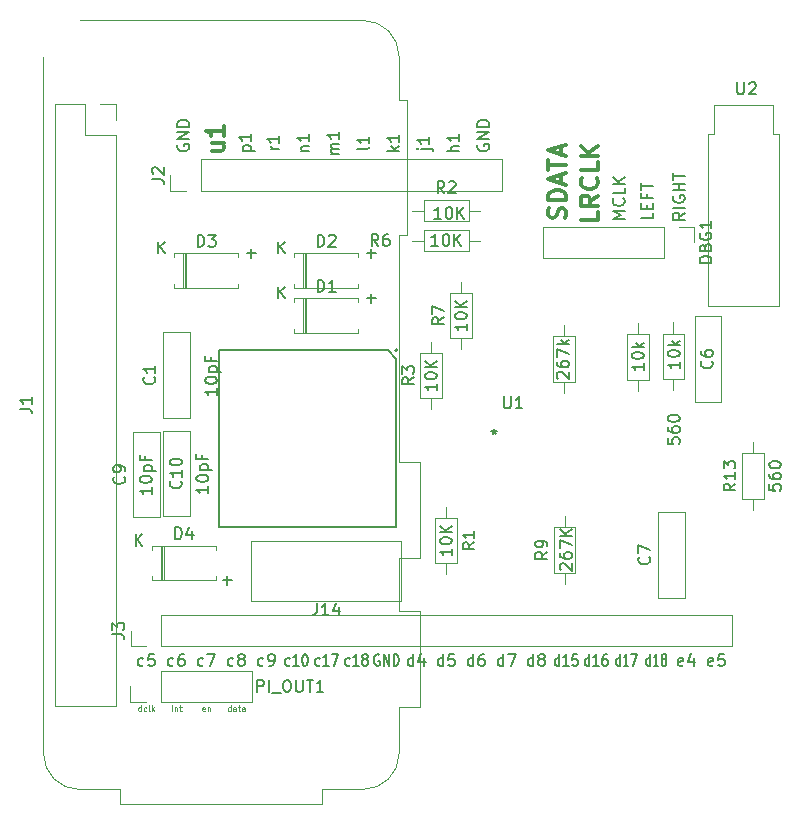
<source format=gbr>
%TF.GenerationSoftware,KiCad,Pcbnew,5.1.5+dfsg1-2build2*%
%TF.CreationDate,2021-11-19T00:53:45-06:00*%
%TF.ProjectId,Audio_Dac_I2S,41756469-6f5f-4446-9163-5f4932532e6b,rev?*%
%TF.SameCoordinates,Original*%
%TF.FileFunction,Legend,Top*%
%TF.FilePolarity,Positive*%
%FSLAX46Y46*%
G04 Gerber Fmt 4.6, Leading zero omitted, Abs format (unit mm)*
G04 Created by KiCad (PCBNEW 5.1.5+dfsg1-2build2) date 2021-11-19 00:53:45*
%MOMM*%
%LPD*%
G04 APERTURE LIST*
%ADD10C,0.150000*%
%ADD11C,0.100000*%
%ADD12C,0.300000*%
%ADD13C,0.120000*%
%ADD14C,0.200000*%
G04 APERTURE END LIST*
D10*
X217424000Y-70572380D02*
X217424000Y-70810476D01*
X217185904Y-70715238D02*
X217424000Y-70810476D01*
X217662095Y-70715238D01*
X217281142Y-71000952D02*
X217424000Y-70810476D01*
X217566857Y-71000952D01*
X194437047Y-83383428D02*
X195198952Y-83383428D01*
X194818000Y-83764380D02*
X194818000Y-83002476D01*
X196469047Y-55697428D02*
X197230952Y-55697428D01*
X196850000Y-56078380D02*
X196850000Y-55316476D01*
X206629047Y-59507428D02*
X207390952Y-59507428D01*
X207010000Y-59888380D02*
X207010000Y-59126476D01*
X206629047Y-55697428D02*
X207390952Y-55697428D01*
X207010000Y-56078380D02*
X207010000Y-55316476D01*
D11*
X195091904Y-94460190D02*
X195091904Y-93960190D01*
X195091904Y-94436380D02*
X195044285Y-94460190D01*
X194949047Y-94460190D01*
X194901428Y-94436380D01*
X194877619Y-94412571D01*
X194853809Y-94364952D01*
X194853809Y-94222095D01*
X194877619Y-94174476D01*
X194901428Y-94150666D01*
X194949047Y-94126857D01*
X195044285Y-94126857D01*
X195091904Y-94150666D01*
X195544285Y-94460190D02*
X195544285Y-94198285D01*
X195520476Y-94150666D01*
X195472857Y-94126857D01*
X195377619Y-94126857D01*
X195330000Y-94150666D01*
X195544285Y-94436380D02*
X195496666Y-94460190D01*
X195377619Y-94460190D01*
X195330000Y-94436380D01*
X195306190Y-94388761D01*
X195306190Y-94341142D01*
X195330000Y-94293523D01*
X195377619Y-94269714D01*
X195496666Y-94269714D01*
X195544285Y-94245904D01*
X195710952Y-94126857D02*
X195901428Y-94126857D01*
X195782380Y-93960190D02*
X195782380Y-94388761D01*
X195806190Y-94436380D01*
X195853809Y-94460190D01*
X195901428Y-94460190D01*
X196282380Y-94460190D02*
X196282380Y-94198285D01*
X196258571Y-94150666D01*
X196210952Y-94126857D01*
X196115714Y-94126857D01*
X196068095Y-94150666D01*
X196282380Y-94436380D02*
X196234761Y-94460190D01*
X196115714Y-94460190D01*
X196068095Y-94436380D01*
X196044285Y-94388761D01*
X196044285Y-94341142D01*
X196068095Y-94293523D01*
X196115714Y-94269714D01*
X196234761Y-94269714D01*
X196282380Y-94245904D01*
X192909047Y-94436380D02*
X192861428Y-94460190D01*
X192766190Y-94460190D01*
X192718571Y-94436380D01*
X192694761Y-94388761D01*
X192694761Y-94198285D01*
X192718571Y-94150666D01*
X192766190Y-94126857D01*
X192861428Y-94126857D01*
X192909047Y-94150666D01*
X192932857Y-94198285D01*
X192932857Y-94245904D01*
X192694761Y-94293523D01*
X193147142Y-94126857D02*
X193147142Y-94460190D01*
X193147142Y-94174476D02*
X193170952Y-94150666D01*
X193218571Y-94126857D01*
X193290000Y-94126857D01*
X193337619Y-94150666D01*
X193361428Y-94198285D01*
X193361428Y-94460190D01*
X190130952Y-94460190D02*
X190130952Y-94126857D01*
X190130952Y-93960190D02*
X190107142Y-93984000D01*
X190130952Y-94007809D01*
X190154761Y-93984000D01*
X190130952Y-93960190D01*
X190130952Y-94007809D01*
X190369047Y-94126857D02*
X190369047Y-94460190D01*
X190369047Y-94174476D02*
X190392857Y-94150666D01*
X190440476Y-94126857D01*
X190511904Y-94126857D01*
X190559523Y-94150666D01*
X190583333Y-94198285D01*
X190583333Y-94460190D01*
X190750000Y-94126857D02*
X190940476Y-94126857D01*
X190821428Y-93960190D02*
X190821428Y-94388761D01*
X190845238Y-94436380D01*
X190892857Y-94460190D01*
X190940476Y-94460190D01*
X187519523Y-94460190D02*
X187519523Y-93960190D01*
X187519523Y-94436380D02*
X187471904Y-94460190D01*
X187376666Y-94460190D01*
X187329047Y-94436380D01*
X187305238Y-94412571D01*
X187281428Y-94364952D01*
X187281428Y-94222095D01*
X187305238Y-94174476D01*
X187329047Y-94150666D01*
X187376666Y-94126857D01*
X187471904Y-94126857D01*
X187519523Y-94150666D01*
X187971904Y-94436380D02*
X187924285Y-94460190D01*
X187829047Y-94460190D01*
X187781428Y-94436380D01*
X187757619Y-94412571D01*
X187733809Y-94364952D01*
X187733809Y-94222095D01*
X187757619Y-94174476D01*
X187781428Y-94150666D01*
X187829047Y-94126857D01*
X187924285Y-94126857D01*
X187971904Y-94150666D01*
X188257619Y-94460190D02*
X188210000Y-94436380D01*
X188186190Y-94388761D01*
X188186190Y-93960190D01*
X188448095Y-94460190D02*
X188448095Y-93960190D01*
X188495714Y-94269714D02*
X188638571Y-94460190D01*
X188638571Y-94126857D02*
X188448095Y-94317333D01*
D10*
X235934285Y-90574761D02*
X235839047Y-90622380D01*
X235648571Y-90622380D01*
X235553333Y-90574761D01*
X235505714Y-90479523D01*
X235505714Y-90098571D01*
X235553333Y-90003333D01*
X235648571Y-89955714D01*
X235839047Y-89955714D01*
X235934285Y-90003333D01*
X235981904Y-90098571D01*
X235981904Y-90193809D01*
X235505714Y-90289047D01*
X236886666Y-89622380D02*
X236410476Y-89622380D01*
X236362857Y-90098571D01*
X236410476Y-90050952D01*
X236505714Y-90003333D01*
X236743809Y-90003333D01*
X236839047Y-90050952D01*
X236886666Y-90098571D01*
X236934285Y-90193809D01*
X236934285Y-90431904D01*
X236886666Y-90527142D01*
X236839047Y-90574761D01*
X236743809Y-90622380D01*
X236505714Y-90622380D01*
X236410476Y-90574761D01*
X236362857Y-90527142D01*
X233394285Y-90574761D02*
X233299047Y-90622380D01*
X233108571Y-90622380D01*
X233013333Y-90574761D01*
X232965714Y-90479523D01*
X232965714Y-90098571D01*
X233013333Y-90003333D01*
X233108571Y-89955714D01*
X233299047Y-89955714D01*
X233394285Y-90003333D01*
X233441904Y-90098571D01*
X233441904Y-90193809D01*
X232965714Y-90289047D01*
X234299047Y-89955714D02*
X234299047Y-90622380D01*
X234060952Y-89574761D02*
X233822857Y-90289047D01*
X234441904Y-90289047D01*
X230623333Y-90622380D02*
X230623333Y-89622380D01*
X230623333Y-90574761D02*
X230556666Y-90622380D01*
X230423333Y-90622380D01*
X230356666Y-90574761D01*
X230323333Y-90527142D01*
X230290000Y-90431904D01*
X230290000Y-90146190D01*
X230323333Y-90050952D01*
X230356666Y-90003333D01*
X230423333Y-89955714D01*
X230556666Y-89955714D01*
X230623333Y-90003333D01*
X231323333Y-90622380D02*
X230923333Y-90622380D01*
X231123333Y-90622380D02*
X231123333Y-89622380D01*
X231056666Y-89765238D01*
X230990000Y-89860476D01*
X230923333Y-89908095D01*
X231723333Y-90050952D02*
X231656666Y-90003333D01*
X231623333Y-89955714D01*
X231590000Y-89860476D01*
X231590000Y-89812857D01*
X231623333Y-89717619D01*
X231656666Y-89670000D01*
X231723333Y-89622380D01*
X231856666Y-89622380D01*
X231923333Y-89670000D01*
X231956666Y-89717619D01*
X231990000Y-89812857D01*
X231990000Y-89860476D01*
X231956666Y-89955714D01*
X231923333Y-90003333D01*
X231856666Y-90050952D01*
X231723333Y-90050952D01*
X231656666Y-90098571D01*
X231623333Y-90146190D01*
X231590000Y-90241428D01*
X231590000Y-90431904D01*
X231623333Y-90527142D01*
X231656666Y-90574761D01*
X231723333Y-90622380D01*
X231856666Y-90622380D01*
X231923333Y-90574761D01*
X231956666Y-90527142D01*
X231990000Y-90431904D01*
X231990000Y-90241428D01*
X231956666Y-90146190D01*
X231923333Y-90098571D01*
X231856666Y-90050952D01*
X228083333Y-90622380D02*
X228083333Y-89622380D01*
X228083333Y-90574761D02*
X228016666Y-90622380D01*
X227883333Y-90622380D01*
X227816666Y-90574761D01*
X227783333Y-90527142D01*
X227750000Y-90431904D01*
X227750000Y-90146190D01*
X227783333Y-90050952D01*
X227816666Y-90003333D01*
X227883333Y-89955714D01*
X228016666Y-89955714D01*
X228083333Y-90003333D01*
X228783333Y-90622380D02*
X228383333Y-90622380D01*
X228583333Y-90622380D02*
X228583333Y-89622380D01*
X228516666Y-89765238D01*
X228450000Y-89860476D01*
X228383333Y-89908095D01*
X229016666Y-89622380D02*
X229483333Y-89622380D01*
X229183333Y-90622380D01*
X225469523Y-90622380D02*
X225469523Y-89622380D01*
X225469523Y-90574761D02*
X225393333Y-90622380D01*
X225240952Y-90622380D01*
X225164761Y-90574761D01*
X225126666Y-90527142D01*
X225088571Y-90431904D01*
X225088571Y-90146190D01*
X225126666Y-90050952D01*
X225164761Y-90003333D01*
X225240952Y-89955714D01*
X225393333Y-89955714D01*
X225469523Y-90003333D01*
X226269523Y-90622380D02*
X225812380Y-90622380D01*
X226040952Y-90622380D02*
X226040952Y-89622380D01*
X225964761Y-89765238D01*
X225888571Y-89860476D01*
X225812380Y-89908095D01*
X226955238Y-89622380D02*
X226802857Y-89622380D01*
X226726666Y-89670000D01*
X226688571Y-89717619D01*
X226612380Y-89860476D01*
X226574285Y-90050952D01*
X226574285Y-90431904D01*
X226612380Y-90527142D01*
X226650476Y-90574761D01*
X226726666Y-90622380D01*
X226879047Y-90622380D01*
X226955238Y-90574761D01*
X226993333Y-90527142D01*
X227031428Y-90431904D01*
X227031428Y-90193809D01*
X226993333Y-90098571D01*
X226955238Y-90050952D01*
X226879047Y-90003333D01*
X226726666Y-90003333D01*
X226650476Y-90050952D01*
X226612380Y-90098571D01*
X226574285Y-90193809D01*
X222929523Y-90622380D02*
X222929523Y-89622380D01*
X222929523Y-90574761D02*
X222853333Y-90622380D01*
X222700952Y-90622380D01*
X222624761Y-90574761D01*
X222586666Y-90527142D01*
X222548571Y-90431904D01*
X222548571Y-90146190D01*
X222586666Y-90050952D01*
X222624761Y-90003333D01*
X222700952Y-89955714D01*
X222853333Y-89955714D01*
X222929523Y-90003333D01*
X223729523Y-90622380D02*
X223272380Y-90622380D01*
X223500952Y-90622380D02*
X223500952Y-89622380D01*
X223424761Y-89765238D01*
X223348571Y-89860476D01*
X223272380Y-89908095D01*
X224453333Y-89622380D02*
X224072380Y-89622380D01*
X224034285Y-90098571D01*
X224072380Y-90050952D01*
X224148571Y-90003333D01*
X224339047Y-90003333D01*
X224415238Y-90050952D01*
X224453333Y-90098571D01*
X224491428Y-90193809D01*
X224491428Y-90431904D01*
X224453333Y-90527142D01*
X224415238Y-90574761D01*
X224339047Y-90622380D01*
X224148571Y-90622380D01*
X224072380Y-90574761D01*
X224034285Y-90527142D01*
X220718095Y-90622380D02*
X220718095Y-89622380D01*
X220718095Y-90574761D02*
X220622857Y-90622380D01*
X220432380Y-90622380D01*
X220337142Y-90574761D01*
X220289523Y-90527142D01*
X220241904Y-90431904D01*
X220241904Y-90146190D01*
X220289523Y-90050952D01*
X220337142Y-90003333D01*
X220432380Y-89955714D01*
X220622857Y-89955714D01*
X220718095Y-90003333D01*
X221337142Y-90050952D02*
X221241904Y-90003333D01*
X221194285Y-89955714D01*
X221146666Y-89860476D01*
X221146666Y-89812857D01*
X221194285Y-89717619D01*
X221241904Y-89670000D01*
X221337142Y-89622380D01*
X221527619Y-89622380D01*
X221622857Y-89670000D01*
X221670476Y-89717619D01*
X221718095Y-89812857D01*
X221718095Y-89860476D01*
X221670476Y-89955714D01*
X221622857Y-90003333D01*
X221527619Y-90050952D01*
X221337142Y-90050952D01*
X221241904Y-90098571D01*
X221194285Y-90146190D01*
X221146666Y-90241428D01*
X221146666Y-90431904D01*
X221194285Y-90527142D01*
X221241904Y-90574761D01*
X221337142Y-90622380D01*
X221527619Y-90622380D01*
X221622857Y-90574761D01*
X221670476Y-90527142D01*
X221718095Y-90431904D01*
X221718095Y-90241428D01*
X221670476Y-90146190D01*
X221622857Y-90098571D01*
X221527619Y-90050952D01*
X218178095Y-90622380D02*
X218178095Y-89622380D01*
X218178095Y-90574761D02*
X218082857Y-90622380D01*
X217892380Y-90622380D01*
X217797142Y-90574761D01*
X217749523Y-90527142D01*
X217701904Y-90431904D01*
X217701904Y-90146190D01*
X217749523Y-90050952D01*
X217797142Y-90003333D01*
X217892380Y-89955714D01*
X218082857Y-89955714D01*
X218178095Y-90003333D01*
X218559047Y-89622380D02*
X219225714Y-89622380D01*
X218797142Y-90622380D01*
X215638095Y-90622380D02*
X215638095Y-89622380D01*
X215638095Y-90574761D02*
X215542857Y-90622380D01*
X215352380Y-90622380D01*
X215257142Y-90574761D01*
X215209523Y-90527142D01*
X215161904Y-90431904D01*
X215161904Y-90146190D01*
X215209523Y-90050952D01*
X215257142Y-90003333D01*
X215352380Y-89955714D01*
X215542857Y-89955714D01*
X215638095Y-90003333D01*
X216542857Y-89622380D02*
X216352380Y-89622380D01*
X216257142Y-89670000D01*
X216209523Y-89717619D01*
X216114285Y-89860476D01*
X216066666Y-90050952D01*
X216066666Y-90431904D01*
X216114285Y-90527142D01*
X216161904Y-90574761D01*
X216257142Y-90622380D01*
X216447619Y-90622380D01*
X216542857Y-90574761D01*
X216590476Y-90527142D01*
X216638095Y-90431904D01*
X216638095Y-90193809D01*
X216590476Y-90098571D01*
X216542857Y-90050952D01*
X216447619Y-90003333D01*
X216257142Y-90003333D01*
X216161904Y-90050952D01*
X216114285Y-90098571D01*
X216066666Y-90193809D01*
X213098095Y-90622380D02*
X213098095Y-89622380D01*
X213098095Y-90574761D02*
X213002857Y-90622380D01*
X212812380Y-90622380D01*
X212717142Y-90574761D01*
X212669523Y-90527142D01*
X212621904Y-90431904D01*
X212621904Y-90146190D01*
X212669523Y-90050952D01*
X212717142Y-90003333D01*
X212812380Y-89955714D01*
X213002857Y-89955714D01*
X213098095Y-90003333D01*
X214050476Y-89622380D02*
X213574285Y-89622380D01*
X213526666Y-90098571D01*
X213574285Y-90050952D01*
X213669523Y-90003333D01*
X213907619Y-90003333D01*
X214002857Y-90050952D01*
X214050476Y-90098571D01*
X214098095Y-90193809D01*
X214098095Y-90431904D01*
X214050476Y-90527142D01*
X214002857Y-90574761D01*
X213907619Y-90622380D01*
X213669523Y-90622380D01*
X213574285Y-90574761D01*
X213526666Y-90527142D01*
X210558095Y-90622380D02*
X210558095Y-89622380D01*
X210558095Y-90574761D02*
X210462857Y-90622380D01*
X210272380Y-90622380D01*
X210177142Y-90574761D01*
X210129523Y-90527142D01*
X210081904Y-90431904D01*
X210081904Y-90146190D01*
X210129523Y-90050952D01*
X210177142Y-90003333D01*
X210272380Y-89955714D01*
X210462857Y-89955714D01*
X210558095Y-90003333D01*
X211462857Y-89955714D02*
X211462857Y-90622380D01*
X211224761Y-89574761D02*
X210986666Y-90289047D01*
X211605714Y-90289047D01*
X207670476Y-89670000D02*
X207594285Y-89622380D01*
X207480000Y-89622380D01*
X207365714Y-89670000D01*
X207289523Y-89765238D01*
X207251428Y-89860476D01*
X207213333Y-90050952D01*
X207213333Y-90193809D01*
X207251428Y-90384285D01*
X207289523Y-90479523D01*
X207365714Y-90574761D01*
X207480000Y-90622380D01*
X207556190Y-90622380D01*
X207670476Y-90574761D01*
X207708571Y-90527142D01*
X207708571Y-90193809D01*
X207556190Y-90193809D01*
X208051428Y-90622380D02*
X208051428Y-89622380D01*
X208508571Y-90622380D01*
X208508571Y-89622380D01*
X208889523Y-90622380D02*
X208889523Y-89622380D01*
X209080000Y-89622380D01*
X209194285Y-89670000D01*
X209270476Y-89765238D01*
X209308571Y-89860476D01*
X209346666Y-90050952D01*
X209346666Y-90193809D01*
X209308571Y-90384285D01*
X209270476Y-90479523D01*
X209194285Y-90574761D01*
X209080000Y-90622380D01*
X208889523Y-90622380D01*
X205168571Y-90574761D02*
X205092380Y-90622380D01*
X204940000Y-90622380D01*
X204863809Y-90574761D01*
X204825714Y-90527142D01*
X204787619Y-90431904D01*
X204787619Y-90146190D01*
X204825714Y-90050952D01*
X204863809Y-90003333D01*
X204940000Y-89955714D01*
X205092380Y-89955714D01*
X205168571Y-90003333D01*
X205930476Y-90622380D02*
X205473333Y-90622380D01*
X205701904Y-90622380D02*
X205701904Y-89622380D01*
X205625714Y-89765238D01*
X205549523Y-89860476D01*
X205473333Y-89908095D01*
X206387619Y-90050952D02*
X206311428Y-90003333D01*
X206273333Y-89955714D01*
X206235238Y-89860476D01*
X206235238Y-89812857D01*
X206273333Y-89717619D01*
X206311428Y-89670000D01*
X206387619Y-89622380D01*
X206540000Y-89622380D01*
X206616190Y-89670000D01*
X206654285Y-89717619D01*
X206692380Y-89812857D01*
X206692380Y-89860476D01*
X206654285Y-89955714D01*
X206616190Y-90003333D01*
X206540000Y-90050952D01*
X206387619Y-90050952D01*
X206311428Y-90098571D01*
X206273333Y-90146190D01*
X206235238Y-90241428D01*
X206235238Y-90431904D01*
X206273333Y-90527142D01*
X206311428Y-90574761D01*
X206387619Y-90622380D01*
X206540000Y-90622380D01*
X206616190Y-90574761D01*
X206654285Y-90527142D01*
X206692380Y-90431904D01*
X206692380Y-90241428D01*
X206654285Y-90146190D01*
X206616190Y-90098571D01*
X206540000Y-90050952D01*
X202628571Y-90574761D02*
X202552380Y-90622380D01*
X202400000Y-90622380D01*
X202323809Y-90574761D01*
X202285714Y-90527142D01*
X202247619Y-90431904D01*
X202247619Y-90146190D01*
X202285714Y-90050952D01*
X202323809Y-90003333D01*
X202400000Y-89955714D01*
X202552380Y-89955714D01*
X202628571Y-90003333D01*
X203390476Y-90622380D02*
X202933333Y-90622380D01*
X203161904Y-90622380D02*
X203161904Y-89622380D01*
X203085714Y-89765238D01*
X203009523Y-89860476D01*
X202933333Y-89908095D01*
X203657142Y-89622380D02*
X204190476Y-89622380D01*
X203847619Y-90622380D01*
X200088571Y-90574761D02*
X200012380Y-90622380D01*
X199860000Y-90622380D01*
X199783809Y-90574761D01*
X199745714Y-90527142D01*
X199707619Y-90431904D01*
X199707619Y-90146190D01*
X199745714Y-90050952D01*
X199783809Y-90003333D01*
X199860000Y-89955714D01*
X200012380Y-89955714D01*
X200088571Y-90003333D01*
X200850476Y-90622380D02*
X200393333Y-90622380D01*
X200621904Y-90622380D02*
X200621904Y-89622380D01*
X200545714Y-89765238D01*
X200469523Y-89860476D01*
X200393333Y-89908095D01*
X201345714Y-89622380D02*
X201421904Y-89622380D01*
X201498095Y-89670000D01*
X201536190Y-89717619D01*
X201574285Y-89812857D01*
X201612380Y-90003333D01*
X201612380Y-90241428D01*
X201574285Y-90431904D01*
X201536190Y-90527142D01*
X201498095Y-90574761D01*
X201421904Y-90622380D01*
X201345714Y-90622380D01*
X201269523Y-90574761D01*
X201231428Y-90527142D01*
X201193333Y-90431904D01*
X201155238Y-90241428D01*
X201155238Y-90003333D01*
X201193333Y-89812857D01*
X201231428Y-89717619D01*
X201269523Y-89670000D01*
X201345714Y-89622380D01*
X197881904Y-90574761D02*
X197786666Y-90622380D01*
X197596190Y-90622380D01*
X197500952Y-90574761D01*
X197453333Y-90527142D01*
X197405714Y-90431904D01*
X197405714Y-90146190D01*
X197453333Y-90050952D01*
X197500952Y-90003333D01*
X197596190Y-89955714D01*
X197786666Y-89955714D01*
X197881904Y-90003333D01*
X198358095Y-90622380D02*
X198548571Y-90622380D01*
X198643809Y-90574761D01*
X198691428Y-90527142D01*
X198786666Y-90384285D01*
X198834285Y-90193809D01*
X198834285Y-89812857D01*
X198786666Y-89717619D01*
X198739047Y-89670000D01*
X198643809Y-89622380D01*
X198453333Y-89622380D01*
X198358095Y-89670000D01*
X198310476Y-89717619D01*
X198262857Y-89812857D01*
X198262857Y-90050952D01*
X198310476Y-90146190D01*
X198358095Y-90193809D01*
X198453333Y-90241428D01*
X198643809Y-90241428D01*
X198739047Y-90193809D01*
X198786666Y-90146190D01*
X198834285Y-90050952D01*
X195341904Y-90574761D02*
X195246666Y-90622380D01*
X195056190Y-90622380D01*
X194960952Y-90574761D01*
X194913333Y-90527142D01*
X194865714Y-90431904D01*
X194865714Y-90146190D01*
X194913333Y-90050952D01*
X194960952Y-90003333D01*
X195056190Y-89955714D01*
X195246666Y-89955714D01*
X195341904Y-90003333D01*
X195913333Y-90050952D02*
X195818095Y-90003333D01*
X195770476Y-89955714D01*
X195722857Y-89860476D01*
X195722857Y-89812857D01*
X195770476Y-89717619D01*
X195818095Y-89670000D01*
X195913333Y-89622380D01*
X196103809Y-89622380D01*
X196199047Y-89670000D01*
X196246666Y-89717619D01*
X196294285Y-89812857D01*
X196294285Y-89860476D01*
X196246666Y-89955714D01*
X196199047Y-90003333D01*
X196103809Y-90050952D01*
X195913333Y-90050952D01*
X195818095Y-90098571D01*
X195770476Y-90146190D01*
X195722857Y-90241428D01*
X195722857Y-90431904D01*
X195770476Y-90527142D01*
X195818095Y-90574761D01*
X195913333Y-90622380D01*
X196103809Y-90622380D01*
X196199047Y-90574761D01*
X196246666Y-90527142D01*
X196294285Y-90431904D01*
X196294285Y-90241428D01*
X196246666Y-90146190D01*
X196199047Y-90098571D01*
X196103809Y-90050952D01*
X192801904Y-90574761D02*
X192706666Y-90622380D01*
X192516190Y-90622380D01*
X192420952Y-90574761D01*
X192373333Y-90527142D01*
X192325714Y-90431904D01*
X192325714Y-90146190D01*
X192373333Y-90050952D01*
X192420952Y-90003333D01*
X192516190Y-89955714D01*
X192706666Y-89955714D01*
X192801904Y-90003333D01*
X193135238Y-89622380D02*
X193801904Y-89622380D01*
X193373333Y-90622380D01*
X190261904Y-90574761D02*
X190166666Y-90622380D01*
X189976190Y-90622380D01*
X189880952Y-90574761D01*
X189833333Y-90527142D01*
X189785714Y-90431904D01*
X189785714Y-90146190D01*
X189833333Y-90050952D01*
X189880952Y-90003333D01*
X189976190Y-89955714D01*
X190166666Y-89955714D01*
X190261904Y-90003333D01*
X191119047Y-89622380D02*
X190928571Y-89622380D01*
X190833333Y-89670000D01*
X190785714Y-89717619D01*
X190690476Y-89860476D01*
X190642857Y-90050952D01*
X190642857Y-90431904D01*
X190690476Y-90527142D01*
X190738095Y-90574761D01*
X190833333Y-90622380D01*
X191023809Y-90622380D01*
X191119047Y-90574761D01*
X191166666Y-90527142D01*
X191214285Y-90431904D01*
X191214285Y-90193809D01*
X191166666Y-90098571D01*
X191119047Y-90050952D01*
X191023809Y-90003333D01*
X190833333Y-90003333D01*
X190738095Y-90050952D01*
X190690476Y-90098571D01*
X190642857Y-90193809D01*
X187721904Y-90574761D02*
X187626666Y-90622380D01*
X187436190Y-90622380D01*
X187340952Y-90574761D01*
X187293333Y-90527142D01*
X187245714Y-90431904D01*
X187245714Y-90146190D01*
X187293333Y-90050952D01*
X187340952Y-90003333D01*
X187436190Y-89955714D01*
X187626666Y-89955714D01*
X187721904Y-90003333D01*
X188626666Y-89622380D02*
X188150476Y-89622380D01*
X188102857Y-90098571D01*
X188150476Y-90050952D01*
X188245714Y-90003333D01*
X188483809Y-90003333D01*
X188579047Y-90050952D01*
X188626666Y-90098571D01*
X188674285Y-90193809D01*
X188674285Y-90431904D01*
X188626666Y-90527142D01*
X188579047Y-90574761D01*
X188483809Y-90622380D01*
X188245714Y-90622380D01*
X188150476Y-90574761D01*
X188102857Y-90527142D01*
X190635000Y-46481904D02*
X190587380Y-46577142D01*
X190587380Y-46720000D01*
X190635000Y-46862857D01*
X190730238Y-46958095D01*
X190825476Y-47005714D01*
X191015952Y-47053333D01*
X191158809Y-47053333D01*
X191349285Y-47005714D01*
X191444523Y-46958095D01*
X191539761Y-46862857D01*
X191587380Y-46720000D01*
X191587380Y-46624761D01*
X191539761Y-46481904D01*
X191492142Y-46434285D01*
X191158809Y-46434285D01*
X191158809Y-46624761D01*
X191587380Y-46005714D02*
X190587380Y-46005714D01*
X191587380Y-45434285D01*
X190587380Y-45434285D01*
X191587380Y-44958095D02*
X190587380Y-44958095D01*
X190587380Y-44720000D01*
X190635000Y-44577142D01*
X190730238Y-44481904D01*
X190825476Y-44434285D01*
X191015952Y-44386666D01*
X191158809Y-44386666D01*
X191349285Y-44434285D01*
X191444523Y-44481904D01*
X191539761Y-44577142D01*
X191587380Y-44720000D01*
X191587380Y-44958095D01*
X216035000Y-46481904D02*
X215987380Y-46577142D01*
X215987380Y-46720000D01*
X216035000Y-46862857D01*
X216130238Y-46958095D01*
X216225476Y-47005714D01*
X216415952Y-47053333D01*
X216558809Y-47053333D01*
X216749285Y-47005714D01*
X216844523Y-46958095D01*
X216939761Y-46862857D01*
X216987380Y-46720000D01*
X216987380Y-46624761D01*
X216939761Y-46481904D01*
X216892142Y-46434285D01*
X216558809Y-46434285D01*
X216558809Y-46624761D01*
X216987380Y-46005714D02*
X215987380Y-46005714D01*
X216987380Y-45434285D01*
X215987380Y-45434285D01*
X216987380Y-44958095D02*
X215987380Y-44958095D01*
X215987380Y-44720000D01*
X216035000Y-44577142D01*
X216130238Y-44481904D01*
X216225476Y-44434285D01*
X216415952Y-44386666D01*
X216558809Y-44386666D01*
X216749285Y-44434285D01*
X216844523Y-44481904D01*
X216939761Y-44577142D01*
X216987380Y-44720000D01*
X216987380Y-44958095D01*
X214447380Y-47045476D02*
X213447380Y-47045476D01*
X214447380Y-46616904D02*
X213923571Y-46616904D01*
X213828333Y-46664523D01*
X213780714Y-46759761D01*
X213780714Y-46902619D01*
X213828333Y-46997857D01*
X213875952Y-47045476D01*
X214447380Y-45616904D02*
X214447380Y-46188333D01*
X214447380Y-45902619D02*
X213447380Y-45902619D01*
X213590238Y-45997857D01*
X213685476Y-46093095D01*
X213733095Y-46188333D01*
X211240714Y-46831190D02*
X212097857Y-46831190D01*
X212193095Y-46878809D01*
X212240714Y-46974047D01*
X212240714Y-47021666D01*
X210907380Y-46831190D02*
X210955000Y-46878809D01*
X211002619Y-46831190D01*
X210955000Y-46783571D01*
X210907380Y-46831190D01*
X211002619Y-46831190D01*
X211907380Y-45831190D02*
X211907380Y-46402619D01*
X211907380Y-46116904D02*
X210907380Y-46116904D01*
X211050238Y-46212142D01*
X211145476Y-46307380D01*
X211193095Y-46402619D01*
X209367380Y-46997857D02*
X208367380Y-46997857D01*
X208986428Y-46902619D02*
X209367380Y-46616904D01*
X208700714Y-46616904D02*
X209081666Y-46997857D01*
X209367380Y-45664523D02*
X209367380Y-46235952D01*
X209367380Y-45950238D02*
X208367380Y-45950238D01*
X208510238Y-46045476D01*
X208605476Y-46140714D01*
X208653095Y-46235952D01*
X206827380Y-46712142D02*
X206779761Y-46807380D01*
X206684523Y-46855000D01*
X205827380Y-46855000D01*
X206827380Y-45807380D02*
X206827380Y-46378809D01*
X206827380Y-46093095D02*
X205827380Y-46093095D01*
X205970238Y-46188333D01*
X206065476Y-46283571D01*
X206113095Y-46378809D01*
X204287380Y-47259761D02*
X203620714Y-47259761D01*
X203715952Y-47259761D02*
X203668333Y-47212142D01*
X203620714Y-47116904D01*
X203620714Y-46974047D01*
X203668333Y-46878809D01*
X203763571Y-46831190D01*
X204287380Y-46831190D01*
X203763571Y-46831190D02*
X203668333Y-46783571D01*
X203620714Y-46688333D01*
X203620714Y-46545476D01*
X203668333Y-46450238D01*
X203763571Y-46402619D01*
X204287380Y-46402619D01*
X204287380Y-45402619D02*
X204287380Y-45974047D01*
X204287380Y-45688333D02*
X203287380Y-45688333D01*
X203430238Y-45783571D01*
X203525476Y-45878809D01*
X203573095Y-45974047D01*
X201080714Y-47045476D02*
X201747380Y-47045476D01*
X201175952Y-47045476D02*
X201128333Y-46997857D01*
X201080714Y-46902619D01*
X201080714Y-46759761D01*
X201128333Y-46664523D01*
X201223571Y-46616904D01*
X201747380Y-46616904D01*
X201747380Y-45616904D02*
X201747380Y-46188333D01*
X201747380Y-45902619D02*
X200747380Y-45902619D01*
X200890238Y-45997857D01*
X200985476Y-46093095D01*
X201033095Y-46188333D01*
X199207380Y-46902619D02*
X198540714Y-46902619D01*
X198731190Y-46902619D02*
X198635952Y-46855000D01*
X198588333Y-46807380D01*
X198540714Y-46712142D01*
X198540714Y-46616904D01*
X199207380Y-45759761D02*
X199207380Y-46331190D01*
X199207380Y-46045476D02*
X198207380Y-46045476D01*
X198350238Y-46140714D01*
X198445476Y-46235952D01*
X198493095Y-46331190D01*
X196122634Y-47017536D02*
X197122634Y-47017536D01*
X196170253Y-47017536D02*
X196122634Y-46922298D01*
X196122634Y-46731821D01*
X196170253Y-46636583D01*
X196217872Y-46588964D01*
X196313110Y-46541345D01*
X196598824Y-46541345D01*
X196694062Y-46588964D01*
X196741681Y-46636583D01*
X196789300Y-46731821D01*
X196789300Y-46922298D01*
X196741681Y-47017536D01*
X196789300Y-45588964D02*
X196789300Y-46160393D01*
X196789300Y-45874679D02*
X195789300Y-45874679D01*
X195932158Y-45969917D01*
X196027396Y-46065155D01*
X196075015Y-46160393D01*
D12*
X193538991Y-46374477D02*
X194538991Y-46374477D01*
X193538991Y-47017334D02*
X194324705Y-47017334D01*
X194467562Y-46945905D01*
X194538991Y-46803048D01*
X194538991Y-46588762D01*
X194467562Y-46445905D01*
X194396134Y-46374477D01*
X194538991Y-44874477D02*
X194538991Y-45731620D01*
X194538991Y-45303048D02*
X193038991Y-45303048D01*
X193253277Y-45445905D01*
X193396134Y-45588762D01*
X193467562Y-45731620D01*
D10*
X233543100Y-52262873D02*
X233066910Y-52596206D01*
X233543100Y-52834301D02*
X232543100Y-52834301D01*
X232543100Y-52453349D01*
X232590720Y-52358111D01*
X232638339Y-52310492D01*
X232733577Y-52262873D01*
X232876434Y-52262873D01*
X232971672Y-52310492D01*
X233019291Y-52358111D01*
X233066910Y-52453349D01*
X233066910Y-52834301D01*
X233543100Y-51834301D02*
X232543100Y-51834301D01*
X232590720Y-50834301D02*
X232543100Y-50929540D01*
X232543100Y-51072397D01*
X232590720Y-51215254D01*
X232685958Y-51310492D01*
X232781196Y-51358111D01*
X232971672Y-51405730D01*
X233114529Y-51405730D01*
X233305005Y-51358111D01*
X233400243Y-51310492D01*
X233495481Y-51215254D01*
X233543100Y-51072397D01*
X233543100Y-50977159D01*
X233495481Y-50834301D01*
X233447862Y-50786682D01*
X233114529Y-50786682D01*
X233114529Y-50977159D01*
X233543100Y-50358111D02*
X232543100Y-50358111D01*
X233019291Y-50358111D02*
X233019291Y-49786682D01*
X233543100Y-49786682D02*
X232543100Y-49786682D01*
X232543100Y-49453349D02*
X232543100Y-48881920D01*
X233543100Y-49167635D02*
X232543100Y-49167635D01*
X230865940Y-52262920D02*
X230865940Y-52739111D01*
X229865940Y-52739111D01*
X230342131Y-51929587D02*
X230342131Y-51596254D01*
X230865940Y-51453397D02*
X230865940Y-51929587D01*
X229865940Y-51929587D01*
X229865940Y-51453397D01*
X230342131Y-50691492D02*
X230342131Y-51024825D01*
X230865940Y-51024825D02*
X229865940Y-51024825D01*
X229865940Y-50548635D01*
X229865940Y-50310540D02*
X229865940Y-49739111D01*
X230865940Y-50024825D02*
X229865940Y-50024825D01*
X228455480Y-52759075D02*
X227455480Y-52759075D01*
X228169766Y-52425741D01*
X227455480Y-52092408D01*
X228455480Y-52092408D01*
X228360242Y-51044789D02*
X228407861Y-51092408D01*
X228455480Y-51235265D01*
X228455480Y-51330503D01*
X228407861Y-51473360D01*
X228312623Y-51568599D01*
X228217385Y-51616218D01*
X228026909Y-51663837D01*
X227884052Y-51663837D01*
X227693576Y-51616218D01*
X227598338Y-51568599D01*
X227503100Y-51473360D01*
X227455480Y-51330503D01*
X227455480Y-51235265D01*
X227503100Y-51092408D01*
X227550719Y-51044789D01*
X228455480Y-50140027D02*
X228455480Y-50616218D01*
X227455480Y-50616218D01*
X228455480Y-49806694D02*
X227455480Y-49806694D01*
X228455480Y-49235265D02*
X227884052Y-49663837D01*
X227455480Y-49235265D02*
X228026909Y-49806694D01*
D12*
X226222951Y-52156537D02*
X226222951Y-52870822D01*
X224722951Y-52870822D01*
X226222951Y-50799394D02*
X225508665Y-51299394D01*
X226222951Y-51656537D02*
X224722951Y-51656537D01*
X224722951Y-51085108D01*
X224794380Y-50942251D01*
X224865808Y-50870822D01*
X225008665Y-50799394D01*
X225222951Y-50799394D01*
X225365808Y-50870822D01*
X225437237Y-50942251D01*
X225508665Y-51085108D01*
X225508665Y-51656537D01*
X226080094Y-49299394D02*
X226151522Y-49370822D01*
X226222951Y-49585108D01*
X226222951Y-49727965D01*
X226151522Y-49942251D01*
X226008665Y-50085108D01*
X225865808Y-50156537D01*
X225580094Y-50227965D01*
X225365808Y-50227965D01*
X225080094Y-50156537D01*
X224937237Y-50085108D01*
X224794380Y-49942251D01*
X224722951Y-49727965D01*
X224722951Y-49585108D01*
X224794380Y-49370822D01*
X224865808Y-49299394D01*
X226222951Y-47942251D02*
X226222951Y-48656537D01*
X224722951Y-48656537D01*
X226222951Y-47442251D02*
X224722951Y-47442251D01*
X226222951Y-46585108D02*
X225365808Y-47227965D01*
X224722951Y-46585108D02*
X225580094Y-47442251D01*
X223433722Y-52700334D02*
X223505151Y-52486048D01*
X223505151Y-52128905D01*
X223433722Y-51986048D01*
X223362294Y-51914620D01*
X223219437Y-51843191D01*
X223076580Y-51843191D01*
X222933722Y-51914620D01*
X222862294Y-51986048D01*
X222790865Y-52128905D01*
X222719437Y-52414620D01*
X222648008Y-52557477D01*
X222576580Y-52628905D01*
X222433722Y-52700334D01*
X222290865Y-52700334D01*
X222148008Y-52628905D01*
X222076580Y-52557477D01*
X222005151Y-52414620D01*
X222005151Y-52057477D01*
X222076580Y-51843191D01*
X223505151Y-51200334D02*
X222005151Y-51200334D01*
X222005151Y-50843191D01*
X222076580Y-50628905D01*
X222219437Y-50486048D01*
X222362294Y-50414620D01*
X222648008Y-50343191D01*
X222862294Y-50343191D01*
X223148008Y-50414620D01*
X223290865Y-50486048D01*
X223433722Y-50628905D01*
X223505151Y-50843191D01*
X223505151Y-51200334D01*
X223076580Y-49771762D02*
X223076580Y-49057477D01*
X223505151Y-49914620D02*
X222005151Y-49414620D01*
X223505151Y-48914620D01*
X222005151Y-48628905D02*
X222005151Y-47771762D01*
X223505151Y-48200334D02*
X222005151Y-48200334D01*
X223076580Y-47343191D02*
X223076580Y-46628905D01*
X223505151Y-47486048D02*
X222005151Y-46986048D01*
X223505151Y-46486048D01*
D13*
%TO.C,PI_OUT1*%
X186604600Y-93679320D02*
X186604600Y-92349320D01*
X187934600Y-93679320D02*
X186604600Y-93679320D01*
X189204600Y-93679320D02*
X189204600Y-91019320D01*
X189204600Y-91019320D02*
X196884600Y-91019320D01*
X189204600Y-93679320D02*
X196884600Y-93679320D01*
X196884600Y-93679320D02*
X196884600Y-91019320D01*
%TO.C,J2*%
X189985340Y-50402800D02*
X189985340Y-49072800D01*
X191315340Y-50402800D02*
X189985340Y-50402800D01*
X192585340Y-50402800D02*
X192585340Y-47742800D01*
X192585340Y-47742800D02*
X218045340Y-47742800D01*
X192585340Y-50402800D02*
X218045340Y-50402800D01*
X218045340Y-50402800D02*
X218045340Y-47742800D01*
%TO.C,DBG1*%
X234352140Y-53442560D02*
X234352140Y-54772560D01*
X233022140Y-53442560D02*
X234352140Y-53442560D01*
X231752140Y-53442560D02*
X231752140Y-56102560D01*
X231752140Y-56102560D02*
X221532140Y-56102560D01*
X231752140Y-53442560D02*
X221532140Y-53442560D01*
X221532140Y-53442560D02*
X221532140Y-56102560D01*
%TO.C,U2*%
X235540000Y-60125000D02*
X235540000Y-45635000D01*
X235540000Y-45635000D02*
X235540000Y-45625000D01*
X235540000Y-45625000D02*
X236040000Y-45625000D01*
X236040000Y-45625000D02*
X236040000Y-43125000D01*
X236040000Y-43125000D02*
X241040000Y-43125000D01*
X241040000Y-43125000D02*
X241040000Y-45625000D01*
X241040000Y-45625000D02*
X241540000Y-45625000D01*
X241540000Y-45625000D02*
X241540000Y-60125000D01*
X241540000Y-60125000D02*
X235540000Y-60125000D01*
%TO.C,R13*%
X238386000Y-76469000D02*
X240226000Y-76469000D01*
X240226000Y-76469000D02*
X240226000Y-72629000D01*
X240226000Y-72629000D02*
X238386000Y-72629000D01*
X238386000Y-72629000D02*
X238386000Y-76469000D01*
X239306000Y-77419000D02*
X239306000Y-76469000D01*
X239306000Y-71679000D02*
X239306000Y-72629000D01*
%TO.C,10k*%
X231670000Y-66340000D02*
X233510000Y-66340000D01*
X233510000Y-66340000D02*
X233510000Y-62500000D01*
X233510000Y-62500000D02*
X231670000Y-62500000D01*
X231670000Y-62500000D02*
X231670000Y-66340000D01*
X232590000Y-67290000D02*
X232590000Y-66340000D01*
X232590000Y-61550000D02*
X232590000Y-62500000D01*
X230520000Y-62550000D02*
X228680000Y-62550000D01*
X228680000Y-62550000D02*
X228680000Y-66390000D01*
X228680000Y-66390000D02*
X230520000Y-66390000D01*
X230520000Y-66390000D02*
X230520000Y-62550000D01*
X229600000Y-61600000D02*
X229600000Y-62550000D01*
X229600000Y-67340000D02*
X229600000Y-66390000D01*
%TO.C,R9*%
X222450000Y-82720000D02*
X224290000Y-82720000D01*
X224290000Y-82720000D02*
X224290000Y-78880000D01*
X224290000Y-78880000D02*
X222450000Y-78880000D01*
X222450000Y-78880000D02*
X222450000Y-82720000D01*
X223370000Y-83670000D02*
X223370000Y-82720000D01*
X223370000Y-77930000D02*
X223370000Y-78880000D01*
%TO.C,267k*%
X222420000Y-66570000D02*
X224260000Y-66570000D01*
X224260000Y-66570000D02*
X224260000Y-62730000D01*
X224260000Y-62730000D02*
X222420000Y-62730000D01*
X222420000Y-62730000D02*
X222420000Y-66570000D01*
X223340000Y-67520000D02*
X223340000Y-66570000D01*
X223340000Y-61780000D02*
X223340000Y-62730000D01*
%TO.C,R7*%
X213710000Y-62880000D02*
X215550000Y-62880000D01*
X215550000Y-62880000D02*
X215550000Y-59040000D01*
X215550000Y-59040000D02*
X213710000Y-59040000D01*
X213710000Y-59040000D02*
X213710000Y-62880000D01*
X214630000Y-63830000D02*
X214630000Y-62880000D01*
X214630000Y-58090000D02*
X214630000Y-59040000D01*
%TO.C,R6*%
X211440000Y-53690000D02*
X211440000Y-55530000D01*
X211440000Y-55530000D02*
X215280000Y-55530000D01*
X215280000Y-55530000D02*
X215280000Y-53690000D01*
X215280000Y-53690000D02*
X211440000Y-53690000D01*
X210490000Y-54610000D02*
X211440000Y-54610000D01*
X216230000Y-54610000D02*
X215280000Y-54610000D01*
%TO.C,R3*%
X211170000Y-67960000D02*
X213010000Y-67960000D01*
X213010000Y-67960000D02*
X213010000Y-64120000D01*
X213010000Y-64120000D02*
X211170000Y-64120000D01*
X211170000Y-64120000D02*
X211170000Y-67960000D01*
X212090000Y-68910000D02*
X212090000Y-67960000D01*
X212090000Y-63170000D02*
X212090000Y-64120000D01*
%TO.C,R2*%
X211440000Y-51150000D02*
X211440000Y-52990000D01*
X211440000Y-52990000D02*
X215280000Y-52990000D01*
X215280000Y-52990000D02*
X215280000Y-51150000D01*
X215280000Y-51150000D02*
X211440000Y-51150000D01*
X210490000Y-52070000D02*
X211440000Y-52070000D01*
X216230000Y-52070000D02*
X215280000Y-52070000D01*
%TO.C,R1*%
X214280000Y-78090000D02*
X212440000Y-78090000D01*
X212440000Y-78090000D02*
X212440000Y-81930000D01*
X212440000Y-81930000D02*
X214280000Y-81930000D01*
X214280000Y-81930000D02*
X214280000Y-78090000D01*
X213360000Y-77140000D02*
X213360000Y-78090000D01*
X213360000Y-82880000D02*
X213360000Y-81930000D01*
%TO.C,J14*%
X209550000Y-85090000D02*
X196850000Y-85090000D01*
X196850000Y-85090000D02*
X196850000Y-80010000D01*
X196850000Y-80010000D02*
X209550000Y-80010000D01*
X209550000Y-80010000D02*
X209550000Y-85090000D01*
%TO.C,J3*%
X237550000Y-88960000D02*
X237550000Y-86300000D01*
X189230000Y-88960000D02*
X237550000Y-88960000D01*
X189230000Y-86300000D02*
X237550000Y-86300000D01*
X189230000Y-88960000D02*
X189230000Y-86300000D01*
X187960000Y-88960000D02*
X186630000Y-88960000D01*
X186630000Y-88960000D02*
X186630000Y-87630000D01*
%TO.C,J1*%
X206310000Y-101090000D02*
G75*
G03X209370000Y-98030000I0J3060000D01*
G01*
X179250000Y-98030000D02*
G75*
G03X182310000Y-101090000I3060000J0D01*
G01*
X209370000Y-39030000D02*
G75*
G03X206310000Y-35970000I-3060000J0D01*
G01*
X179250000Y-98030000D02*
X179250000Y-39030000D01*
X182310000Y-35970000D02*
X206310000Y-35970000D01*
X209370000Y-98030000D02*
X209370000Y-94090000D01*
X202870000Y-101090000D02*
X206310000Y-101090000D01*
X180210000Y-93990000D02*
X185410000Y-93990000D01*
X185410000Y-45670000D02*
X185410000Y-93990000D01*
X185410000Y-43070000D02*
X185410000Y-44400000D01*
X184080000Y-43070000D02*
X185410000Y-43070000D01*
X182810000Y-45670000D02*
X185410000Y-45670000D01*
X182810000Y-43070000D02*
X182810000Y-45670000D01*
X180210000Y-43070000D02*
X182810000Y-43070000D01*
X180210000Y-43070000D02*
X180210000Y-93990000D01*
X185750000Y-101090000D02*
X185750000Y-102290000D01*
X185750000Y-102290000D02*
X202870000Y-102290000D01*
X202870000Y-102290000D02*
X202870000Y-101090000D01*
X185750000Y-101090000D02*
X182310000Y-101090000D01*
X209370000Y-94090000D02*
X211170000Y-94090000D01*
X211170000Y-94090000D02*
X211170000Y-85970000D01*
X211170000Y-85970000D02*
X209370000Y-85970000D01*
X209370000Y-81490000D02*
X211170000Y-81490000D01*
X211170000Y-73370000D02*
X209370000Y-73370000D01*
X211170000Y-81490000D02*
X211170000Y-73370000D01*
X209370000Y-85970000D02*
X209370000Y-81490000D01*
X209370000Y-73370000D02*
X209370000Y-54140000D01*
X209370000Y-54140000D02*
X210070000Y-54140000D01*
X210070000Y-54140000D02*
X210070000Y-42720000D01*
X210070000Y-42720000D02*
X209370000Y-42720000D01*
X209370000Y-42720000D02*
X209370000Y-39030000D01*
D14*
%TO.C,IC1*%
X209120000Y-64600000D02*
X209120000Y-78900000D01*
X209120000Y-78900000D02*
X194120000Y-78900000D01*
X194120000Y-78900000D02*
X194120000Y-63900000D01*
X194120000Y-63900000D02*
X208420000Y-63900000D01*
X208420000Y-63900000D02*
X209120000Y-64600000D01*
X209220000Y-63900000D02*
G75*
G03X209220000Y-63900000I-100000J0D01*
G01*
D13*
%TO.C,D4*%
X188415000Y-80775000D02*
X188415000Y-80445000D01*
X188415000Y-80445000D02*
X193855000Y-80445000D01*
X193855000Y-80445000D02*
X193855000Y-80775000D01*
X188415000Y-83055000D02*
X188415000Y-83385000D01*
X188415000Y-83385000D02*
X193855000Y-83385000D01*
X193855000Y-83385000D02*
X193855000Y-83055000D01*
X189315000Y-80445000D02*
X189315000Y-83385000D01*
X189435000Y-80445000D02*
X189435000Y-83385000D01*
X189195000Y-80445000D02*
X189195000Y-83385000D01*
%TO.C,D3*%
X191100000Y-55680000D02*
X191100000Y-58620000D01*
X191340000Y-55680000D02*
X191340000Y-58620000D01*
X191220000Y-55680000D02*
X191220000Y-58620000D01*
X195760000Y-58620000D02*
X195760000Y-58290000D01*
X190320000Y-58620000D02*
X195760000Y-58620000D01*
X190320000Y-58290000D02*
X190320000Y-58620000D01*
X195760000Y-55680000D02*
X195760000Y-56010000D01*
X190320000Y-55680000D02*
X195760000Y-55680000D01*
X190320000Y-56010000D02*
X190320000Y-55680000D01*
%TO.C,D2*%
X200480000Y-56010000D02*
X200480000Y-55680000D01*
X200480000Y-55680000D02*
X205920000Y-55680000D01*
X205920000Y-55680000D02*
X205920000Y-56010000D01*
X200480000Y-58290000D02*
X200480000Y-58620000D01*
X200480000Y-58620000D02*
X205920000Y-58620000D01*
X205920000Y-58620000D02*
X205920000Y-58290000D01*
X201380000Y-55680000D02*
X201380000Y-58620000D01*
X201500000Y-55680000D02*
X201500000Y-58620000D01*
X201260000Y-55680000D02*
X201260000Y-58620000D01*
%TO.C,D1*%
X200480000Y-59820000D02*
X200480000Y-59490000D01*
X200480000Y-59490000D02*
X205920000Y-59490000D01*
X205920000Y-59490000D02*
X205920000Y-59820000D01*
X200480000Y-62100000D02*
X200480000Y-62430000D01*
X200480000Y-62430000D02*
X205920000Y-62430000D01*
X205920000Y-62430000D02*
X205920000Y-62100000D01*
X201380000Y-59490000D02*
X201380000Y-62430000D01*
X201500000Y-59490000D02*
X201500000Y-62430000D01*
X201260000Y-59490000D02*
X201260000Y-62430000D01*
%TO.C,C10*%
X189380000Y-77955000D02*
X189380000Y-70715000D01*
X191620000Y-77955000D02*
X191620000Y-70715000D01*
X189380000Y-77955000D02*
X191620000Y-77955000D01*
X189380000Y-70715000D02*
X191620000Y-70715000D01*
%TO.C,C9*%
X186840000Y-78060000D02*
X186840000Y-70820000D01*
X189080000Y-78060000D02*
X189080000Y-70820000D01*
X186840000Y-78060000D02*
X189080000Y-78060000D01*
X186840000Y-70820000D02*
X189080000Y-70820000D01*
%TO.C,C7*%
X231290000Y-84860000D02*
X231290000Y-77620000D01*
X233530000Y-84860000D02*
X233530000Y-77620000D01*
X231290000Y-84860000D02*
X233530000Y-84860000D01*
X231290000Y-77620000D02*
X233530000Y-77620000D01*
%TO.C,C6*%
X234400000Y-68270000D02*
X234400000Y-61030000D01*
X236640000Y-68270000D02*
X236640000Y-61030000D01*
X234400000Y-68270000D02*
X236640000Y-68270000D01*
X234400000Y-61030000D02*
X236640000Y-61030000D01*
%TO.C,C1*%
X189380000Y-69620000D02*
X189380000Y-62380000D01*
X191620000Y-69620000D02*
X191620000Y-62380000D01*
X189380000Y-69620000D02*
X191620000Y-69620000D01*
X189380000Y-62380000D02*
X191620000Y-62380000D01*
%TO.C,PI_OUT1*%
D10*
X197340885Y-92827100D02*
X197340885Y-91827100D01*
X197721838Y-91827100D01*
X197817076Y-91874720D01*
X197864695Y-91922339D01*
X197912314Y-92017577D01*
X197912314Y-92160434D01*
X197864695Y-92255672D01*
X197817076Y-92303291D01*
X197721838Y-92350910D01*
X197340885Y-92350910D01*
X198340885Y-92827100D02*
X198340885Y-91827100D01*
X198578980Y-92922339D02*
X199340885Y-92922339D01*
X199769457Y-91827100D02*
X199959933Y-91827100D01*
X200055171Y-91874720D01*
X200150409Y-91969958D01*
X200198028Y-92160434D01*
X200198028Y-92493767D01*
X200150409Y-92684243D01*
X200055171Y-92779481D01*
X199959933Y-92827100D01*
X199769457Y-92827100D01*
X199674219Y-92779481D01*
X199578980Y-92684243D01*
X199531361Y-92493767D01*
X199531361Y-92160434D01*
X199578980Y-91969958D01*
X199674219Y-91874720D01*
X199769457Y-91827100D01*
X200626600Y-91827100D02*
X200626600Y-92636624D01*
X200674219Y-92731862D01*
X200721838Y-92779481D01*
X200817076Y-92827100D01*
X201007552Y-92827100D01*
X201102790Y-92779481D01*
X201150409Y-92731862D01*
X201198028Y-92636624D01*
X201198028Y-91827100D01*
X201531361Y-91827100D02*
X202102790Y-91827100D01*
X201817076Y-92827100D02*
X201817076Y-91827100D01*
X202959933Y-92827100D02*
X202388504Y-92827100D01*
X202674219Y-92827100D02*
X202674219Y-91827100D01*
X202578980Y-91969958D01*
X202483742Y-92065196D01*
X202388504Y-92112815D01*
%TO.C,J2*%
X188437720Y-49406133D02*
X189152006Y-49406133D01*
X189294863Y-49453752D01*
X189390101Y-49548990D01*
X189437720Y-49691847D01*
X189437720Y-49787085D01*
X188532959Y-48977561D02*
X188485340Y-48929942D01*
X188437720Y-48834704D01*
X188437720Y-48596609D01*
X188485340Y-48501371D01*
X188532959Y-48453752D01*
X188628197Y-48406133D01*
X188723435Y-48406133D01*
X188866292Y-48453752D01*
X189437720Y-49025180D01*
X189437720Y-48406133D01*
%TO.C,DBG1*%
X235804520Y-56510655D02*
X234804520Y-56510655D01*
X234804520Y-56272560D01*
X234852140Y-56129702D01*
X234947378Y-56034464D01*
X235042616Y-55986845D01*
X235233092Y-55939226D01*
X235375949Y-55939226D01*
X235566425Y-55986845D01*
X235661663Y-56034464D01*
X235756901Y-56129702D01*
X235804520Y-56272560D01*
X235804520Y-56510655D01*
X235280711Y-55177321D02*
X235328330Y-55034464D01*
X235375949Y-54986845D01*
X235471187Y-54939226D01*
X235614044Y-54939226D01*
X235709282Y-54986845D01*
X235756901Y-55034464D01*
X235804520Y-55129702D01*
X235804520Y-55510655D01*
X234804520Y-55510655D01*
X234804520Y-55177321D01*
X234852140Y-55082083D01*
X234899759Y-55034464D01*
X234994997Y-54986845D01*
X235090235Y-54986845D01*
X235185473Y-55034464D01*
X235233092Y-55082083D01*
X235280711Y-55177321D01*
X235280711Y-55510655D01*
X234852140Y-53986845D02*
X234804520Y-54082083D01*
X234804520Y-54224940D01*
X234852140Y-54367798D01*
X234947378Y-54463036D01*
X235042616Y-54510655D01*
X235233092Y-54558274D01*
X235375949Y-54558274D01*
X235566425Y-54510655D01*
X235661663Y-54463036D01*
X235756901Y-54367798D01*
X235804520Y-54224940D01*
X235804520Y-54129702D01*
X235756901Y-53986845D01*
X235709282Y-53939226D01*
X235375949Y-53939226D01*
X235375949Y-54129702D01*
X235804520Y-52986845D02*
X235804520Y-53558274D01*
X235804520Y-53272560D02*
X234804520Y-53272560D01*
X234947378Y-53367798D01*
X235042616Y-53463036D01*
X235090235Y-53558274D01*
%TO.C,U2*%
X237998095Y-41227380D02*
X237998095Y-42036904D01*
X238045714Y-42132142D01*
X238093333Y-42179761D01*
X238188571Y-42227380D01*
X238379047Y-42227380D01*
X238474285Y-42179761D01*
X238521904Y-42132142D01*
X238569523Y-42036904D01*
X238569523Y-41227380D01*
X238998095Y-41322619D02*
X239045714Y-41275000D01*
X239140952Y-41227380D01*
X239379047Y-41227380D01*
X239474285Y-41275000D01*
X239521904Y-41322619D01*
X239569523Y-41417857D01*
X239569523Y-41513095D01*
X239521904Y-41655952D01*
X238950476Y-42227380D01*
X239569523Y-42227380D01*
%TO.C,U1*%
X218238095Y-67812380D02*
X218238095Y-68621904D01*
X218285714Y-68717142D01*
X218333333Y-68764761D01*
X218428571Y-68812380D01*
X218619047Y-68812380D01*
X218714285Y-68764761D01*
X218761904Y-68717142D01*
X218809523Y-68621904D01*
X218809523Y-67812380D01*
X219809523Y-68812380D02*
X219238095Y-68812380D01*
X219523809Y-68812380D02*
X219523809Y-67812380D01*
X219428571Y-67955238D01*
X219333333Y-68050476D01*
X219238095Y-68098095D01*
%TO.C,R13*%
X237838380Y-75191857D02*
X237362190Y-75525190D01*
X237838380Y-75763285D02*
X236838380Y-75763285D01*
X236838380Y-75382333D01*
X236886000Y-75287095D01*
X236933619Y-75239476D01*
X237028857Y-75191857D01*
X237171714Y-75191857D01*
X237266952Y-75239476D01*
X237314571Y-75287095D01*
X237362190Y-75382333D01*
X237362190Y-75763285D01*
X237838380Y-74239476D02*
X237838380Y-74810904D01*
X237838380Y-74525190D02*
X236838380Y-74525190D01*
X236981238Y-74620428D01*
X237076476Y-74715666D01*
X237124095Y-74810904D01*
X236838380Y-73906142D02*
X236838380Y-73287095D01*
X237219333Y-73620428D01*
X237219333Y-73477571D01*
X237266952Y-73382333D01*
X237314571Y-73334714D01*
X237409809Y-73287095D01*
X237647904Y-73287095D01*
X237743142Y-73334714D01*
X237790761Y-73382333D01*
X237838380Y-73477571D01*
X237838380Y-73763285D01*
X237790761Y-73858523D01*
X237743142Y-73906142D01*
X240678380Y-75263285D02*
X240678380Y-75739476D01*
X241154571Y-75787095D01*
X241106952Y-75739476D01*
X241059333Y-75644238D01*
X241059333Y-75406142D01*
X241106952Y-75310904D01*
X241154571Y-75263285D01*
X241249809Y-75215666D01*
X241487904Y-75215666D01*
X241583142Y-75263285D01*
X241630761Y-75310904D01*
X241678380Y-75406142D01*
X241678380Y-75644238D01*
X241630761Y-75739476D01*
X241583142Y-75787095D01*
X240678380Y-74358523D02*
X240678380Y-74549000D01*
X240726000Y-74644238D01*
X240773619Y-74691857D01*
X240916476Y-74787095D01*
X241106952Y-74834714D01*
X241487904Y-74834714D01*
X241583142Y-74787095D01*
X241630761Y-74739476D01*
X241678380Y-74644238D01*
X241678380Y-74453761D01*
X241630761Y-74358523D01*
X241583142Y-74310904D01*
X241487904Y-74263285D01*
X241249809Y-74263285D01*
X241154571Y-74310904D01*
X241106952Y-74358523D01*
X241059333Y-74453761D01*
X241059333Y-74644238D01*
X241106952Y-74739476D01*
X241154571Y-74787095D01*
X241249809Y-74834714D01*
X240678380Y-73644238D02*
X240678380Y-73549000D01*
X240726000Y-73453761D01*
X240773619Y-73406142D01*
X240868857Y-73358523D01*
X241059333Y-73310904D01*
X241297428Y-73310904D01*
X241487904Y-73358523D01*
X241583142Y-73406142D01*
X241630761Y-73453761D01*
X241678380Y-73549000D01*
X241678380Y-73644238D01*
X241630761Y-73739476D01*
X241583142Y-73787095D01*
X241487904Y-73834714D01*
X241297428Y-73882333D01*
X241059333Y-73882333D01*
X240868857Y-73834714D01*
X240773619Y-73787095D01*
X240726000Y-73739476D01*
X240678380Y-73644238D01*
%TO.C,10k*%
X230068380Y-65015238D02*
X230068380Y-65586666D01*
X230068380Y-65300952D02*
X229068380Y-65300952D01*
X229211238Y-65396190D01*
X229306476Y-65491428D01*
X229354095Y-65586666D01*
X229068380Y-64396190D02*
X229068380Y-64300952D01*
X229116000Y-64205714D01*
X229163619Y-64158095D01*
X229258857Y-64110476D01*
X229449333Y-64062857D01*
X229687428Y-64062857D01*
X229877904Y-64110476D01*
X229973142Y-64158095D01*
X230020761Y-64205714D01*
X230068380Y-64300952D01*
X230068380Y-64396190D01*
X230020761Y-64491428D01*
X229973142Y-64539047D01*
X229877904Y-64586666D01*
X229687428Y-64634285D01*
X229449333Y-64634285D01*
X229258857Y-64586666D01*
X229163619Y-64539047D01*
X229116000Y-64491428D01*
X229068380Y-64396190D01*
X230068380Y-63634285D02*
X229068380Y-63634285D01*
X229687428Y-63539047D02*
X230068380Y-63253333D01*
X229401714Y-63253333D02*
X229782666Y-63634285D01*
X232116380Y-71326285D02*
X232116380Y-71802476D01*
X232592571Y-71850095D01*
X232544952Y-71802476D01*
X232497333Y-71707238D01*
X232497333Y-71469142D01*
X232544952Y-71373904D01*
X232592571Y-71326285D01*
X232687809Y-71278666D01*
X232925904Y-71278666D01*
X233021142Y-71326285D01*
X233068761Y-71373904D01*
X233116380Y-71469142D01*
X233116380Y-71707238D01*
X233068761Y-71802476D01*
X233021142Y-71850095D01*
X232116380Y-70421523D02*
X232116380Y-70612000D01*
X232164000Y-70707238D01*
X232211619Y-70754857D01*
X232354476Y-70850095D01*
X232544952Y-70897714D01*
X232925904Y-70897714D01*
X233021142Y-70850095D01*
X233068761Y-70802476D01*
X233116380Y-70707238D01*
X233116380Y-70516761D01*
X233068761Y-70421523D01*
X233021142Y-70373904D01*
X232925904Y-70326285D01*
X232687809Y-70326285D01*
X232592571Y-70373904D01*
X232544952Y-70421523D01*
X232497333Y-70516761D01*
X232497333Y-70707238D01*
X232544952Y-70802476D01*
X232592571Y-70850095D01*
X232687809Y-70897714D01*
X232116380Y-69707238D02*
X232116380Y-69612000D01*
X232164000Y-69516761D01*
X232211619Y-69469142D01*
X232306857Y-69421523D01*
X232497333Y-69373904D01*
X232735428Y-69373904D01*
X232925904Y-69421523D01*
X233021142Y-69469142D01*
X233068761Y-69516761D01*
X233116380Y-69612000D01*
X233116380Y-69707238D01*
X233068761Y-69802476D01*
X233021142Y-69850095D01*
X232925904Y-69897714D01*
X232735428Y-69945333D01*
X232497333Y-69945333D01*
X232306857Y-69897714D01*
X232211619Y-69850095D01*
X232164000Y-69802476D01*
X232116380Y-69707238D01*
X233116380Y-64857238D02*
X233116380Y-65428666D01*
X233116380Y-65142952D02*
X232116380Y-65142952D01*
X232259238Y-65238190D01*
X232354476Y-65333428D01*
X232402095Y-65428666D01*
X232116380Y-64238190D02*
X232116380Y-64142952D01*
X232164000Y-64047714D01*
X232211619Y-64000095D01*
X232306857Y-63952476D01*
X232497333Y-63904857D01*
X232735428Y-63904857D01*
X232925904Y-63952476D01*
X233021142Y-64000095D01*
X233068761Y-64047714D01*
X233116380Y-64142952D01*
X233116380Y-64238190D01*
X233068761Y-64333428D01*
X233021142Y-64381047D01*
X232925904Y-64428666D01*
X232735428Y-64476285D01*
X232497333Y-64476285D01*
X232306857Y-64428666D01*
X232211619Y-64381047D01*
X232164000Y-64333428D01*
X232116380Y-64238190D01*
X233116380Y-63476285D02*
X232116380Y-63476285D01*
X232735428Y-63381047D02*
X233116380Y-63095333D01*
X232449714Y-63095333D02*
X232830666Y-63476285D01*
%TO.C,R9*%
X221902380Y-80966666D02*
X221426190Y-81300000D01*
X221902380Y-81538095D02*
X220902380Y-81538095D01*
X220902380Y-81157142D01*
X220950000Y-81061904D01*
X220997619Y-81014285D01*
X221092857Y-80966666D01*
X221235714Y-80966666D01*
X221330952Y-81014285D01*
X221378571Y-81061904D01*
X221426190Y-81157142D01*
X221426190Y-81538095D01*
X221902380Y-80490476D02*
X221902380Y-80300000D01*
X221854761Y-80204761D01*
X221807142Y-80157142D01*
X221664285Y-80061904D01*
X221473809Y-80014285D01*
X221092857Y-80014285D01*
X220997619Y-80061904D01*
X220950000Y-80109523D01*
X220902380Y-80204761D01*
X220902380Y-80395238D01*
X220950000Y-80490476D01*
X220997619Y-80538095D01*
X221092857Y-80585714D01*
X221330952Y-80585714D01*
X221426190Y-80538095D01*
X221473809Y-80490476D01*
X221521428Y-80395238D01*
X221521428Y-80204761D01*
X221473809Y-80109523D01*
X221426190Y-80061904D01*
X221330952Y-80014285D01*
X223067619Y-82510095D02*
X223020000Y-82462476D01*
X222972380Y-82367238D01*
X222972380Y-82129142D01*
X223020000Y-82033904D01*
X223067619Y-81986285D01*
X223162857Y-81938666D01*
X223258095Y-81938666D01*
X223400952Y-81986285D01*
X223972380Y-82557714D01*
X223972380Y-81938666D01*
X222972380Y-81081523D02*
X222972380Y-81272000D01*
X223020000Y-81367238D01*
X223067619Y-81414857D01*
X223210476Y-81510095D01*
X223400952Y-81557714D01*
X223781904Y-81557714D01*
X223877142Y-81510095D01*
X223924761Y-81462476D01*
X223972380Y-81367238D01*
X223972380Y-81176761D01*
X223924761Y-81081523D01*
X223877142Y-81033904D01*
X223781904Y-80986285D01*
X223543809Y-80986285D01*
X223448571Y-81033904D01*
X223400952Y-81081523D01*
X223353333Y-81176761D01*
X223353333Y-81367238D01*
X223400952Y-81462476D01*
X223448571Y-81510095D01*
X223543809Y-81557714D01*
X222972380Y-80652952D02*
X222972380Y-79986285D01*
X223972380Y-80414857D01*
X223972380Y-79605333D02*
X222972380Y-79605333D01*
X223972380Y-79033904D02*
X223400952Y-79462476D01*
X222972380Y-79033904D02*
X223543809Y-79605333D01*
%TO.C,267k*%
X222813619Y-66292857D02*
X222766000Y-66245238D01*
X222718380Y-66150000D01*
X222718380Y-65911904D01*
X222766000Y-65816666D01*
X222813619Y-65769047D01*
X222908857Y-65721428D01*
X223004095Y-65721428D01*
X223146952Y-65769047D01*
X223718380Y-66340476D01*
X223718380Y-65721428D01*
X222718380Y-64864285D02*
X222718380Y-65054761D01*
X222766000Y-65150000D01*
X222813619Y-65197619D01*
X222956476Y-65292857D01*
X223146952Y-65340476D01*
X223527904Y-65340476D01*
X223623142Y-65292857D01*
X223670761Y-65245238D01*
X223718380Y-65150000D01*
X223718380Y-64959523D01*
X223670761Y-64864285D01*
X223623142Y-64816666D01*
X223527904Y-64769047D01*
X223289809Y-64769047D01*
X223194571Y-64816666D01*
X223146952Y-64864285D01*
X223099333Y-64959523D01*
X223099333Y-65150000D01*
X223146952Y-65245238D01*
X223194571Y-65292857D01*
X223289809Y-65340476D01*
X222718380Y-64435714D02*
X222718380Y-63769047D01*
X223718380Y-64197619D01*
X223718380Y-63388095D02*
X222718380Y-63388095D01*
X223337428Y-63292857D02*
X223718380Y-63007142D01*
X223051714Y-63007142D02*
X223432666Y-63388095D01*
%TO.C,R7*%
X213162380Y-61126666D02*
X212686190Y-61460000D01*
X213162380Y-61698095D02*
X212162380Y-61698095D01*
X212162380Y-61317142D01*
X212210000Y-61221904D01*
X212257619Y-61174285D01*
X212352857Y-61126666D01*
X212495714Y-61126666D01*
X212590952Y-61174285D01*
X212638571Y-61221904D01*
X212686190Y-61317142D01*
X212686190Y-61698095D01*
X212162380Y-60793333D02*
X212162380Y-60126666D01*
X213162380Y-60555238D01*
X215082380Y-61650476D02*
X215082380Y-62221904D01*
X215082380Y-61936190D02*
X214082380Y-61936190D01*
X214225238Y-62031428D01*
X214320476Y-62126666D01*
X214368095Y-62221904D01*
X214082380Y-61031428D02*
X214082380Y-60936190D01*
X214130000Y-60840952D01*
X214177619Y-60793333D01*
X214272857Y-60745714D01*
X214463333Y-60698095D01*
X214701428Y-60698095D01*
X214891904Y-60745714D01*
X214987142Y-60793333D01*
X215034761Y-60840952D01*
X215082380Y-60936190D01*
X215082380Y-61031428D01*
X215034761Y-61126666D01*
X214987142Y-61174285D01*
X214891904Y-61221904D01*
X214701428Y-61269523D01*
X214463333Y-61269523D01*
X214272857Y-61221904D01*
X214177619Y-61174285D01*
X214130000Y-61126666D01*
X214082380Y-61031428D01*
X215082380Y-60269523D02*
X214082380Y-60269523D01*
X215082380Y-59698095D02*
X214510952Y-60126666D01*
X214082380Y-59698095D02*
X214653809Y-60269523D01*
%TO.C,R6*%
X207605333Y-55062380D02*
X207272000Y-54586190D01*
X207033904Y-55062380D02*
X207033904Y-54062380D01*
X207414857Y-54062380D01*
X207510095Y-54110000D01*
X207557714Y-54157619D01*
X207605333Y-54252857D01*
X207605333Y-54395714D01*
X207557714Y-54490952D01*
X207510095Y-54538571D01*
X207414857Y-54586190D01*
X207033904Y-54586190D01*
X208462476Y-54062380D02*
X208272000Y-54062380D01*
X208176761Y-54110000D01*
X208129142Y-54157619D01*
X208033904Y-54300476D01*
X207986285Y-54490952D01*
X207986285Y-54871904D01*
X208033904Y-54967142D01*
X208081523Y-55014761D01*
X208176761Y-55062380D01*
X208367238Y-55062380D01*
X208462476Y-55014761D01*
X208510095Y-54967142D01*
X208557714Y-54871904D01*
X208557714Y-54633809D01*
X208510095Y-54538571D01*
X208462476Y-54490952D01*
X208367238Y-54443333D01*
X208176761Y-54443333D01*
X208081523Y-54490952D01*
X208033904Y-54538571D01*
X207986285Y-54633809D01*
X212669523Y-55062380D02*
X212098095Y-55062380D01*
X212383809Y-55062380D02*
X212383809Y-54062380D01*
X212288571Y-54205238D01*
X212193333Y-54300476D01*
X212098095Y-54348095D01*
X213288571Y-54062380D02*
X213383809Y-54062380D01*
X213479047Y-54110000D01*
X213526666Y-54157619D01*
X213574285Y-54252857D01*
X213621904Y-54443333D01*
X213621904Y-54681428D01*
X213574285Y-54871904D01*
X213526666Y-54967142D01*
X213479047Y-55014761D01*
X213383809Y-55062380D01*
X213288571Y-55062380D01*
X213193333Y-55014761D01*
X213145714Y-54967142D01*
X213098095Y-54871904D01*
X213050476Y-54681428D01*
X213050476Y-54443333D01*
X213098095Y-54252857D01*
X213145714Y-54157619D01*
X213193333Y-54110000D01*
X213288571Y-54062380D01*
X214050476Y-55062380D02*
X214050476Y-54062380D01*
X214621904Y-55062380D02*
X214193333Y-54490952D01*
X214621904Y-54062380D02*
X214050476Y-54633809D01*
%TO.C,R3*%
X210622380Y-66206666D02*
X210146190Y-66540000D01*
X210622380Y-66778095D02*
X209622380Y-66778095D01*
X209622380Y-66397142D01*
X209670000Y-66301904D01*
X209717619Y-66254285D01*
X209812857Y-66206666D01*
X209955714Y-66206666D01*
X210050952Y-66254285D01*
X210098571Y-66301904D01*
X210146190Y-66397142D01*
X210146190Y-66778095D01*
X209622380Y-65873333D02*
X209622380Y-65254285D01*
X210003333Y-65587619D01*
X210003333Y-65444761D01*
X210050952Y-65349523D01*
X210098571Y-65301904D01*
X210193809Y-65254285D01*
X210431904Y-65254285D01*
X210527142Y-65301904D01*
X210574761Y-65349523D01*
X210622380Y-65444761D01*
X210622380Y-65730476D01*
X210574761Y-65825714D01*
X210527142Y-65873333D01*
X212542380Y-66730476D02*
X212542380Y-67301904D01*
X212542380Y-67016190D02*
X211542380Y-67016190D01*
X211685238Y-67111428D01*
X211780476Y-67206666D01*
X211828095Y-67301904D01*
X211542380Y-66111428D02*
X211542380Y-66016190D01*
X211590000Y-65920952D01*
X211637619Y-65873333D01*
X211732857Y-65825714D01*
X211923333Y-65778095D01*
X212161428Y-65778095D01*
X212351904Y-65825714D01*
X212447142Y-65873333D01*
X212494761Y-65920952D01*
X212542380Y-66016190D01*
X212542380Y-66111428D01*
X212494761Y-66206666D01*
X212447142Y-66254285D01*
X212351904Y-66301904D01*
X212161428Y-66349523D01*
X211923333Y-66349523D01*
X211732857Y-66301904D01*
X211637619Y-66254285D01*
X211590000Y-66206666D01*
X211542380Y-66111428D01*
X212542380Y-65349523D02*
X211542380Y-65349523D01*
X212542380Y-64778095D02*
X211970952Y-65206666D01*
X211542380Y-64778095D02*
X212113809Y-65349523D01*
%TO.C,R2*%
X213193333Y-50602380D02*
X212860000Y-50126190D01*
X212621904Y-50602380D02*
X212621904Y-49602380D01*
X213002857Y-49602380D01*
X213098095Y-49650000D01*
X213145714Y-49697619D01*
X213193333Y-49792857D01*
X213193333Y-49935714D01*
X213145714Y-50030952D01*
X213098095Y-50078571D01*
X213002857Y-50126190D01*
X212621904Y-50126190D01*
X213574285Y-49697619D02*
X213621904Y-49650000D01*
X213717142Y-49602380D01*
X213955238Y-49602380D01*
X214050476Y-49650000D01*
X214098095Y-49697619D01*
X214145714Y-49792857D01*
X214145714Y-49888095D01*
X214098095Y-50030952D01*
X213526666Y-50602380D01*
X214145714Y-50602380D01*
X212923523Y-52776380D02*
X212352095Y-52776380D01*
X212637809Y-52776380D02*
X212637809Y-51776380D01*
X212542571Y-51919238D01*
X212447333Y-52014476D01*
X212352095Y-52062095D01*
X213542571Y-51776380D02*
X213637809Y-51776380D01*
X213733047Y-51824000D01*
X213780666Y-51871619D01*
X213828285Y-51966857D01*
X213875904Y-52157333D01*
X213875904Y-52395428D01*
X213828285Y-52585904D01*
X213780666Y-52681142D01*
X213733047Y-52728761D01*
X213637809Y-52776380D01*
X213542571Y-52776380D01*
X213447333Y-52728761D01*
X213399714Y-52681142D01*
X213352095Y-52585904D01*
X213304476Y-52395428D01*
X213304476Y-52157333D01*
X213352095Y-51966857D01*
X213399714Y-51871619D01*
X213447333Y-51824000D01*
X213542571Y-51776380D01*
X214304476Y-52776380D02*
X214304476Y-51776380D01*
X214875904Y-52776380D02*
X214447333Y-52204952D01*
X214875904Y-51776380D02*
X214304476Y-52347809D01*
%TO.C,R1*%
X215732380Y-80176666D02*
X215256190Y-80510000D01*
X215732380Y-80748095D02*
X214732380Y-80748095D01*
X214732380Y-80367142D01*
X214780000Y-80271904D01*
X214827619Y-80224285D01*
X214922857Y-80176666D01*
X215065714Y-80176666D01*
X215160952Y-80224285D01*
X215208571Y-80271904D01*
X215256190Y-80367142D01*
X215256190Y-80748095D01*
X215732380Y-79224285D02*
X215732380Y-79795714D01*
X215732380Y-79510000D02*
X214732380Y-79510000D01*
X214875238Y-79605238D01*
X214970476Y-79700476D01*
X215018095Y-79795714D01*
X213812380Y-80700476D02*
X213812380Y-81271904D01*
X213812380Y-80986190D02*
X212812380Y-80986190D01*
X212955238Y-81081428D01*
X213050476Y-81176666D01*
X213098095Y-81271904D01*
X212812380Y-80081428D02*
X212812380Y-79986190D01*
X212860000Y-79890952D01*
X212907619Y-79843333D01*
X213002857Y-79795714D01*
X213193333Y-79748095D01*
X213431428Y-79748095D01*
X213621904Y-79795714D01*
X213717142Y-79843333D01*
X213764761Y-79890952D01*
X213812380Y-79986190D01*
X213812380Y-80081428D01*
X213764761Y-80176666D01*
X213717142Y-80224285D01*
X213621904Y-80271904D01*
X213431428Y-80319523D01*
X213193333Y-80319523D01*
X213002857Y-80271904D01*
X212907619Y-80224285D01*
X212860000Y-80176666D01*
X212812380Y-80081428D01*
X213812380Y-79319523D02*
X212812380Y-79319523D01*
X213812380Y-78748095D02*
X213240952Y-79176666D01*
X212812380Y-78748095D02*
X213383809Y-79319523D01*
%TO.C,J14*%
X202390476Y-85312380D02*
X202390476Y-86026666D01*
X202342857Y-86169523D01*
X202247619Y-86264761D01*
X202104761Y-86312380D01*
X202009523Y-86312380D01*
X203390476Y-86312380D02*
X202819047Y-86312380D01*
X203104761Y-86312380D02*
X203104761Y-85312380D01*
X203009523Y-85455238D01*
X202914285Y-85550476D01*
X202819047Y-85598095D01*
X204247619Y-85645714D02*
X204247619Y-86312380D01*
X204009523Y-85264761D02*
X203771428Y-85979047D01*
X204390476Y-85979047D01*
%TO.C,J3*%
X185082380Y-87963333D02*
X185796666Y-87963333D01*
X185939523Y-88010952D01*
X186034761Y-88106190D01*
X186082380Y-88249047D01*
X186082380Y-88344285D01*
X185082380Y-87582380D02*
X185082380Y-86963333D01*
X185463333Y-87296666D01*
X185463333Y-87153809D01*
X185510952Y-87058571D01*
X185558571Y-87010952D01*
X185653809Y-86963333D01*
X185891904Y-86963333D01*
X185987142Y-87010952D01*
X186034761Y-87058571D01*
X186082380Y-87153809D01*
X186082380Y-87439523D01*
X186034761Y-87534761D01*
X185987142Y-87582380D01*
%TO.C,J1*%
X177262380Y-68863333D02*
X177976666Y-68863333D01*
X178119523Y-68910952D01*
X178214761Y-69006190D01*
X178262380Y-69149047D01*
X178262380Y-69244285D01*
X178262380Y-67863333D02*
X178262380Y-68434761D01*
X178262380Y-68149047D02*
X177262380Y-68149047D01*
X177405238Y-68244285D01*
X177500476Y-68339523D01*
X177548095Y-68434761D01*
%TO.C,D4*%
X190396904Y-79897380D02*
X190396904Y-78897380D01*
X190635000Y-78897380D01*
X190777857Y-78945000D01*
X190873095Y-79040238D01*
X190920714Y-79135476D01*
X190968333Y-79325952D01*
X190968333Y-79468809D01*
X190920714Y-79659285D01*
X190873095Y-79754523D01*
X190777857Y-79849761D01*
X190635000Y-79897380D01*
X190396904Y-79897380D01*
X191825476Y-79230714D02*
X191825476Y-79897380D01*
X191587380Y-78849761D02*
X191349285Y-79564047D01*
X191968333Y-79564047D01*
X187063095Y-80467380D02*
X187063095Y-79467380D01*
X187634523Y-80467380D02*
X187205952Y-79895952D01*
X187634523Y-79467380D02*
X187063095Y-80038809D01*
%TO.C,D3*%
X192301904Y-55132380D02*
X192301904Y-54132380D01*
X192540000Y-54132380D01*
X192682857Y-54180000D01*
X192778095Y-54275238D01*
X192825714Y-54370476D01*
X192873333Y-54560952D01*
X192873333Y-54703809D01*
X192825714Y-54894285D01*
X192778095Y-54989523D01*
X192682857Y-55084761D01*
X192540000Y-55132380D01*
X192301904Y-55132380D01*
X193206666Y-54132380D02*
X193825714Y-54132380D01*
X193492380Y-54513333D01*
X193635238Y-54513333D01*
X193730476Y-54560952D01*
X193778095Y-54608571D01*
X193825714Y-54703809D01*
X193825714Y-54941904D01*
X193778095Y-55037142D01*
X193730476Y-55084761D01*
X193635238Y-55132380D01*
X193349523Y-55132380D01*
X193254285Y-55084761D01*
X193206666Y-55037142D01*
X188968095Y-55702380D02*
X188968095Y-54702380D01*
X189539523Y-55702380D02*
X189110952Y-55130952D01*
X189539523Y-54702380D02*
X188968095Y-55273809D01*
%TO.C,D2*%
X202461904Y-55132380D02*
X202461904Y-54132380D01*
X202700000Y-54132380D01*
X202842857Y-54180000D01*
X202938095Y-54275238D01*
X202985714Y-54370476D01*
X203033333Y-54560952D01*
X203033333Y-54703809D01*
X202985714Y-54894285D01*
X202938095Y-54989523D01*
X202842857Y-55084761D01*
X202700000Y-55132380D01*
X202461904Y-55132380D01*
X203414285Y-54227619D02*
X203461904Y-54180000D01*
X203557142Y-54132380D01*
X203795238Y-54132380D01*
X203890476Y-54180000D01*
X203938095Y-54227619D01*
X203985714Y-54322857D01*
X203985714Y-54418095D01*
X203938095Y-54560952D01*
X203366666Y-55132380D01*
X203985714Y-55132380D01*
X199128095Y-55702380D02*
X199128095Y-54702380D01*
X199699523Y-55702380D02*
X199270952Y-55130952D01*
X199699523Y-54702380D02*
X199128095Y-55273809D01*
%TO.C,D1*%
X202461904Y-58942380D02*
X202461904Y-57942380D01*
X202700000Y-57942380D01*
X202842857Y-57990000D01*
X202938095Y-58085238D01*
X202985714Y-58180476D01*
X203033333Y-58370952D01*
X203033333Y-58513809D01*
X202985714Y-58704285D01*
X202938095Y-58799523D01*
X202842857Y-58894761D01*
X202700000Y-58942380D01*
X202461904Y-58942380D01*
X203985714Y-58942380D02*
X203414285Y-58942380D01*
X203700000Y-58942380D02*
X203700000Y-57942380D01*
X203604761Y-58085238D01*
X203509523Y-58180476D01*
X203414285Y-58228095D01*
X199128095Y-59512380D02*
X199128095Y-58512380D01*
X199699523Y-59512380D02*
X199270952Y-58940952D01*
X199699523Y-58512380D02*
X199128095Y-59083809D01*
%TO.C,C10*%
X190857142Y-74977857D02*
X190904761Y-75025476D01*
X190952380Y-75168333D01*
X190952380Y-75263571D01*
X190904761Y-75406428D01*
X190809523Y-75501666D01*
X190714285Y-75549285D01*
X190523809Y-75596904D01*
X190380952Y-75596904D01*
X190190476Y-75549285D01*
X190095238Y-75501666D01*
X190000000Y-75406428D01*
X189952380Y-75263571D01*
X189952380Y-75168333D01*
X190000000Y-75025476D01*
X190047619Y-74977857D01*
X190952380Y-74025476D02*
X190952380Y-74596904D01*
X190952380Y-74311190D02*
X189952380Y-74311190D01*
X190095238Y-74406428D01*
X190190476Y-74501666D01*
X190238095Y-74596904D01*
X189952380Y-73406428D02*
X189952380Y-73311190D01*
X190000000Y-73215952D01*
X190047619Y-73168333D01*
X190142857Y-73120714D01*
X190333333Y-73073095D01*
X190571428Y-73073095D01*
X190761904Y-73120714D01*
X190857142Y-73168333D01*
X190904761Y-73215952D01*
X190952380Y-73311190D01*
X190952380Y-73406428D01*
X190904761Y-73501666D01*
X190857142Y-73549285D01*
X190761904Y-73596904D01*
X190571428Y-73644523D01*
X190333333Y-73644523D01*
X190142857Y-73596904D01*
X190047619Y-73549285D01*
X190000000Y-73501666D01*
X189952380Y-73406428D01*
X193202380Y-75406428D02*
X193202380Y-75977857D01*
X193202380Y-75692142D02*
X192202380Y-75692142D01*
X192345238Y-75787380D01*
X192440476Y-75882619D01*
X192488095Y-75977857D01*
X192202380Y-74787380D02*
X192202380Y-74692142D01*
X192250000Y-74596904D01*
X192297619Y-74549285D01*
X192392857Y-74501666D01*
X192583333Y-74454047D01*
X192821428Y-74454047D01*
X193011904Y-74501666D01*
X193107142Y-74549285D01*
X193154761Y-74596904D01*
X193202380Y-74692142D01*
X193202380Y-74787380D01*
X193154761Y-74882619D01*
X193107142Y-74930238D01*
X193011904Y-74977857D01*
X192821428Y-75025476D01*
X192583333Y-75025476D01*
X192392857Y-74977857D01*
X192297619Y-74930238D01*
X192250000Y-74882619D01*
X192202380Y-74787380D01*
X192535714Y-74025476D02*
X193535714Y-74025476D01*
X192583333Y-74025476D02*
X192535714Y-73930238D01*
X192535714Y-73739761D01*
X192583333Y-73644523D01*
X192630952Y-73596904D01*
X192726190Y-73549285D01*
X193011904Y-73549285D01*
X193107142Y-73596904D01*
X193154761Y-73644523D01*
X193202380Y-73739761D01*
X193202380Y-73930238D01*
X193154761Y-74025476D01*
X192678571Y-72787380D02*
X192678571Y-73120714D01*
X193202380Y-73120714D02*
X192202380Y-73120714D01*
X192202380Y-72644523D01*
%TO.C,C9*%
X186067142Y-74606666D02*
X186114761Y-74654285D01*
X186162380Y-74797142D01*
X186162380Y-74892380D01*
X186114761Y-75035238D01*
X186019523Y-75130476D01*
X185924285Y-75178095D01*
X185733809Y-75225714D01*
X185590952Y-75225714D01*
X185400476Y-75178095D01*
X185305238Y-75130476D01*
X185210000Y-75035238D01*
X185162380Y-74892380D01*
X185162380Y-74797142D01*
X185210000Y-74654285D01*
X185257619Y-74606666D01*
X186162380Y-74130476D02*
X186162380Y-73940000D01*
X186114761Y-73844761D01*
X186067142Y-73797142D01*
X185924285Y-73701904D01*
X185733809Y-73654285D01*
X185352857Y-73654285D01*
X185257619Y-73701904D01*
X185210000Y-73749523D01*
X185162380Y-73844761D01*
X185162380Y-74035238D01*
X185210000Y-74130476D01*
X185257619Y-74178095D01*
X185352857Y-74225714D01*
X185590952Y-74225714D01*
X185686190Y-74178095D01*
X185733809Y-74130476D01*
X185781428Y-74035238D01*
X185781428Y-73844761D01*
X185733809Y-73749523D01*
X185686190Y-73701904D01*
X185590952Y-73654285D01*
X188412380Y-75493428D02*
X188412380Y-76064857D01*
X188412380Y-75779142D02*
X187412380Y-75779142D01*
X187555238Y-75874380D01*
X187650476Y-75969619D01*
X187698095Y-76064857D01*
X187412380Y-74874380D02*
X187412380Y-74779142D01*
X187460000Y-74683904D01*
X187507619Y-74636285D01*
X187602857Y-74588666D01*
X187793333Y-74541047D01*
X188031428Y-74541047D01*
X188221904Y-74588666D01*
X188317142Y-74636285D01*
X188364761Y-74683904D01*
X188412380Y-74779142D01*
X188412380Y-74874380D01*
X188364761Y-74969619D01*
X188317142Y-75017238D01*
X188221904Y-75064857D01*
X188031428Y-75112476D01*
X187793333Y-75112476D01*
X187602857Y-75064857D01*
X187507619Y-75017238D01*
X187460000Y-74969619D01*
X187412380Y-74874380D01*
X187745714Y-74112476D02*
X188745714Y-74112476D01*
X187793333Y-74112476D02*
X187745714Y-74017238D01*
X187745714Y-73826761D01*
X187793333Y-73731523D01*
X187840952Y-73683904D01*
X187936190Y-73636285D01*
X188221904Y-73636285D01*
X188317142Y-73683904D01*
X188364761Y-73731523D01*
X188412380Y-73826761D01*
X188412380Y-74017238D01*
X188364761Y-74112476D01*
X187888571Y-72874380D02*
X187888571Y-73207714D01*
X188412380Y-73207714D02*
X187412380Y-73207714D01*
X187412380Y-72731523D01*
%TO.C,C7*%
X230517142Y-81406666D02*
X230564761Y-81454285D01*
X230612380Y-81597142D01*
X230612380Y-81692380D01*
X230564761Y-81835238D01*
X230469523Y-81930476D01*
X230374285Y-81978095D01*
X230183809Y-82025714D01*
X230040952Y-82025714D01*
X229850476Y-81978095D01*
X229755238Y-81930476D01*
X229660000Y-81835238D01*
X229612380Y-81692380D01*
X229612380Y-81597142D01*
X229660000Y-81454285D01*
X229707619Y-81406666D01*
X229612380Y-81073333D02*
X229612380Y-80406666D01*
X230612380Y-80835238D01*
%TO.C,C6*%
X235815142Y-64816666D02*
X235862761Y-64864285D01*
X235910380Y-65007142D01*
X235910380Y-65102380D01*
X235862761Y-65245238D01*
X235767523Y-65340476D01*
X235672285Y-65388095D01*
X235481809Y-65435714D01*
X235338952Y-65435714D01*
X235148476Y-65388095D01*
X235053238Y-65340476D01*
X234958000Y-65245238D01*
X234910380Y-65102380D01*
X234910380Y-65007142D01*
X234958000Y-64864285D01*
X235005619Y-64816666D01*
X234910380Y-63959523D02*
X234910380Y-64150000D01*
X234958000Y-64245238D01*
X235005619Y-64292857D01*
X235148476Y-64388095D01*
X235338952Y-64435714D01*
X235719904Y-64435714D01*
X235815142Y-64388095D01*
X235862761Y-64340476D01*
X235910380Y-64245238D01*
X235910380Y-64054761D01*
X235862761Y-63959523D01*
X235815142Y-63911904D01*
X235719904Y-63864285D01*
X235481809Y-63864285D01*
X235386571Y-63911904D01*
X235338952Y-63959523D01*
X235291333Y-64054761D01*
X235291333Y-64245238D01*
X235338952Y-64340476D01*
X235386571Y-64388095D01*
X235481809Y-64435714D01*
%TO.C,C1*%
X188607142Y-66166666D02*
X188654761Y-66214285D01*
X188702380Y-66357142D01*
X188702380Y-66452380D01*
X188654761Y-66595238D01*
X188559523Y-66690476D01*
X188464285Y-66738095D01*
X188273809Y-66785714D01*
X188130952Y-66785714D01*
X187940476Y-66738095D01*
X187845238Y-66690476D01*
X187750000Y-66595238D01*
X187702380Y-66452380D01*
X187702380Y-66357142D01*
X187750000Y-66214285D01*
X187797619Y-66166666D01*
X188702380Y-65214285D02*
X188702380Y-65785714D01*
X188702380Y-65500000D02*
X187702380Y-65500000D01*
X187845238Y-65595238D01*
X187940476Y-65690476D01*
X187988095Y-65785714D01*
X193936880Y-67111428D02*
X193936880Y-67682857D01*
X193936880Y-67397142D02*
X192936880Y-67397142D01*
X193079738Y-67492380D01*
X193174976Y-67587619D01*
X193222595Y-67682857D01*
X192936880Y-66492380D02*
X192936880Y-66397142D01*
X192984500Y-66301904D01*
X193032119Y-66254285D01*
X193127357Y-66206666D01*
X193317833Y-66159047D01*
X193555928Y-66159047D01*
X193746404Y-66206666D01*
X193841642Y-66254285D01*
X193889261Y-66301904D01*
X193936880Y-66397142D01*
X193936880Y-66492380D01*
X193889261Y-66587619D01*
X193841642Y-66635238D01*
X193746404Y-66682857D01*
X193555928Y-66730476D01*
X193317833Y-66730476D01*
X193127357Y-66682857D01*
X193032119Y-66635238D01*
X192984500Y-66587619D01*
X192936880Y-66492380D01*
X193270214Y-65730476D02*
X194270214Y-65730476D01*
X193317833Y-65730476D02*
X193270214Y-65635238D01*
X193270214Y-65444761D01*
X193317833Y-65349523D01*
X193365452Y-65301904D01*
X193460690Y-65254285D01*
X193746404Y-65254285D01*
X193841642Y-65301904D01*
X193889261Y-65349523D01*
X193936880Y-65444761D01*
X193936880Y-65635238D01*
X193889261Y-65730476D01*
X193413071Y-64492380D02*
X193413071Y-64825714D01*
X193936880Y-64825714D02*
X192936880Y-64825714D01*
X192936880Y-64349523D01*
%TD*%
M02*

</source>
